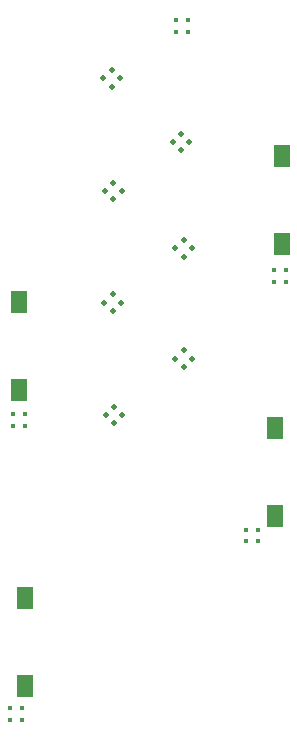
<source format=gtp>
G04 #@! TF.GenerationSoftware,KiCad,Pcbnew,7.0.2*
G04 #@! TF.CreationDate,2023-07-07T17:49:51-07:00*
G04 #@! TF.ProjectId,dc31-badge-sao,64633331-2d62-4616-9467-652d73616f2e,rev?*
G04 #@! TF.SameCoordinates,Original*
G04 #@! TF.FileFunction,Paste,Top*
G04 #@! TF.FilePolarity,Positive*
%FSLAX46Y46*%
G04 Gerber Fmt 4.6, Leading zero omitted, Abs format (unit mm)*
G04 Created by KiCad (PCBNEW 7.0.2) date 2023-07-07 17:49:51*
%MOMM*%
%LPD*%
G01*
G04 APERTURE LIST*
G04 Aperture macros list*
%AMRotRect*
0 Rectangle, with rotation*
0 The origin of the aperture is its center*
0 $1 length*
0 $2 width*
0 $3 Rotation angle, in degrees counterclockwise*
0 Add horizontal line*
21,1,$1,$2,0,0,$3*%
G04 Aperture macros list end*
%ADD10R,0.450000X0.450000*%
%ADD11RotRect,0.450000X0.450000X315.000000*%
%ADD12RotRect,0.450000X0.450000X135.000000*%
%ADD13R,1.400000X1.900000*%
G04 APERTURE END LIST*
D10*
X104425000Y-120450000D03*
X104425000Y-121450000D03*
X103425000Y-120450000D03*
X103425000Y-121450000D03*
D11*
X112050000Y-66442893D03*
X112757107Y-67150000D03*
X111342893Y-67150000D03*
X112050000Y-67857107D03*
X112200000Y-75967893D03*
X112907107Y-76675000D03*
X111492893Y-76675000D03*
X112200000Y-77382107D03*
X112125000Y-85442893D03*
X112832107Y-86150000D03*
X111417893Y-86150000D03*
X112125000Y-86857107D03*
X112250000Y-96357107D03*
X111542893Y-95650000D03*
X112957107Y-95650000D03*
X112250000Y-94942893D03*
D12*
X118150000Y-90167893D03*
X118857107Y-90875000D03*
X117442893Y-90875000D03*
X118150000Y-91582107D03*
X118150000Y-82257107D03*
X117442893Y-81550000D03*
X118857107Y-81550000D03*
X118150000Y-80842893D03*
X117925000Y-73232107D03*
X117217893Y-72525000D03*
X118632107Y-72525000D03*
X117925000Y-71817893D03*
D10*
X118525000Y-62225000D03*
X118525000Y-63225000D03*
X117525000Y-62225000D03*
X117525000Y-63225000D03*
X125775000Y-83400000D03*
X126775000Y-83400000D03*
X125775000Y-84400000D03*
X126775000Y-84400000D03*
X124425000Y-106350000D03*
X123425000Y-106350000D03*
X124425000Y-105350000D03*
X123425000Y-105350000D03*
X103700000Y-95600000D03*
X104700000Y-95600000D03*
X103700000Y-96600000D03*
X104700000Y-96600000D03*
D13*
X125900000Y-96725000D03*
X125900000Y-104225000D03*
X126475000Y-73700000D03*
X126475000Y-81200000D03*
X104200000Y-93550000D03*
X104200000Y-86050000D03*
X104700000Y-118625000D03*
X104700000Y-111125000D03*
M02*

</source>
